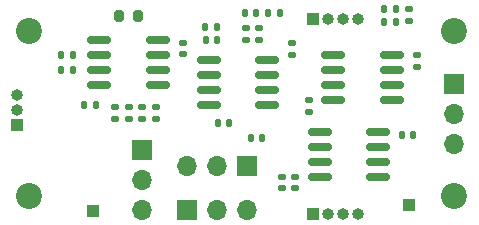
<source format=gts>
%TF.GenerationSoftware,KiCad,Pcbnew,(6.99.0)*%
%TF.CreationDate,2023-03-13T13:34:34-07:00*%
%TF.ProjectId,emg-analog-front-end,656d672d-616e-4616-9c6f-672d66726f6e,rev?*%
%TF.SameCoordinates,Original*%
%TF.FileFunction,Soldermask,Top*%
%TF.FilePolarity,Negative*%
%FSLAX46Y46*%
G04 Gerber Fmt 4.6, Leading zero omitted, Abs format (unit mm)*
G04 Created by KiCad (PCBNEW (6.99.0)) date 2023-03-13 13:34:34*
%MOMM*%
%LPD*%
G01*
G04 APERTURE LIST*
G04 Aperture macros list*
%AMRoundRect*
0 Rectangle with rounded corners*
0 $1 Rounding radius*
0 $2 $3 $4 $5 $6 $7 $8 $9 X,Y pos of 4 corners*
0 Add a 4 corners polygon primitive as box body*
4,1,4,$2,$3,$4,$5,$6,$7,$8,$9,$2,$3,0*
0 Add four circle primitives for the rounded corners*
1,1,$1+$1,$2,$3*
1,1,$1+$1,$4,$5*
1,1,$1+$1,$6,$7*
1,1,$1+$1,$8,$9*
0 Add four rect primitives between the rounded corners*
20,1,$1+$1,$2,$3,$4,$5,0*
20,1,$1+$1,$4,$5,$6,$7,0*
20,1,$1+$1,$6,$7,$8,$9,0*
20,1,$1+$1,$8,$9,$2,$3,0*%
G04 Aperture macros list end*
%ADD10RoundRect,0.140000X-0.140000X-0.170000X0.140000X-0.170000X0.140000X0.170000X-0.140000X0.170000X0*%
%ADD11R,1.000000X1.000000*%
%ADD12RoundRect,0.200000X-0.200000X-0.275000X0.200000X-0.275000X0.200000X0.275000X-0.200000X0.275000X0*%
%ADD13RoundRect,0.140000X-0.170000X0.140000X-0.170000X-0.140000X0.170000X-0.140000X0.170000X0.140000X0*%
%ADD14RoundRect,0.150000X-0.825000X-0.150000X0.825000X-0.150000X0.825000X0.150000X-0.825000X0.150000X0*%
%ADD15R,1.700000X1.700000*%
%ADD16O,1.700000X1.700000*%
%ADD17RoundRect,0.140000X0.170000X-0.140000X0.170000X0.140000X-0.170000X0.140000X-0.170000X-0.140000X0*%
%ADD18RoundRect,0.135000X-0.135000X-0.185000X0.135000X-0.185000X0.135000X0.185000X-0.135000X0.185000X0*%
%ADD19RoundRect,0.135000X0.135000X0.185000X-0.135000X0.185000X-0.135000X-0.185000X0.135000X-0.185000X0*%
%ADD20C,2.200000*%
%ADD21O,1.000000X1.000000*%
%ADD22RoundRect,0.140000X0.140000X0.170000X-0.140000X0.170000X-0.140000X-0.170000X0.140000X-0.170000X0*%
%ADD23RoundRect,0.135000X-0.185000X0.135000X-0.185000X-0.135000X0.185000X-0.135000X0.185000X0.135000X0*%
G04 APERTURE END LIST*
D10*
%TO.C,C11*%
X21237000Y-1524000D03*
X22197000Y-1524000D03*
%TD*%
D11*
%TO.C,TP2*%
X8382000Y-18288000D03*
%TD*%
D12*
%TO.C,R4*%
X10605000Y-1778000D03*
X12255000Y-1778000D03*
%TD*%
D13*
%TO.C,C5*%
X13716000Y-9489500D03*
X13716000Y-10449500D03*
%TD*%
D14*
%TO.C,U3*%
X27624000Y-11557000D03*
X27624000Y-12827000D03*
X27624000Y-14097000D03*
X27624000Y-15367000D03*
X32574000Y-15367000D03*
X32574000Y-14097000D03*
X32574000Y-12827000D03*
X32574000Y-11557000D03*
%TD*%
D15*
%TO.C,J5*%
X21448000Y-14478000D03*
D16*
X18908000Y-14478000D03*
X16368000Y-14478000D03*
%TD*%
D15*
%TO.C,J7*%
X38989000Y-7508000D03*
D16*
X38989000Y-10048000D03*
X38989000Y-12588000D03*
%TD*%
D17*
%TO.C,C2*%
X24384000Y-16355000D03*
X24384000Y-15395000D03*
%TD*%
D18*
%TO.C,R10*%
X33018000Y-1141000D03*
X34038000Y-1141000D03*
%TD*%
D19*
%TO.C,R9*%
X18925000Y-2667000D03*
X17905000Y-2667000D03*
%TD*%
D10*
%TO.C,C9*%
X17935000Y-3810000D03*
X18895000Y-3810000D03*
%TD*%
D20*
%TO.C,H2*%
X39000000Y-17000000D03*
%TD*%
D13*
%TO.C,C7*%
X11430000Y-9489500D03*
X11430000Y-10449500D03*
%TD*%
D11*
%TO.C,J2*%
X27000000Y-2000000D03*
D21*
X28270000Y-2000000D03*
X29540000Y-2000000D03*
X30810000Y-2000000D03*
%TD*%
D17*
%TO.C,C16*%
X35814000Y-6068000D03*
X35814000Y-5108000D03*
%TD*%
D22*
%TO.C,C1*%
X22705000Y-12065000D03*
X21745000Y-12065000D03*
%TD*%
D14*
%TO.C,U2*%
X18226000Y-5461000D03*
X18226000Y-6731000D03*
X18226000Y-8001000D03*
X18226000Y-9271000D03*
X23176000Y-9271000D03*
X23176000Y-8001000D03*
X23176000Y-6731000D03*
X23176000Y-5461000D03*
%TD*%
D19*
%TO.C,R13*%
X24259000Y-1524000D03*
X23239000Y-1524000D03*
%TD*%
D23*
%TO.C,R12*%
X21336000Y-2792000D03*
X21336000Y-3812000D03*
%TD*%
D20*
%TO.C,H4*%
X3000000Y-17000000D03*
%TD*%
D17*
%TO.C,C13*%
X25527000Y-16355000D03*
X25527000Y-15395000D03*
%TD*%
D22*
%TO.C,C12*%
X35532000Y-11811000D03*
X34572000Y-11811000D03*
%TD*%
%TO.C,C15*%
X19911000Y-10795000D03*
X18951000Y-10795000D03*
%TD*%
D11*
%TO.C,J1*%
X2000000Y-11000000D03*
D21*
X2000000Y-9730000D03*
X2000000Y-8460000D03*
%TD*%
D18*
%TO.C,R11*%
X33018000Y-2284000D03*
X34038000Y-2284000D03*
%TD*%
%TO.C,R1*%
X5713000Y-6350000D03*
X6733000Y-6350000D03*
%TD*%
%TO.C,R2*%
X5713000Y-5080000D03*
X6733000Y-5080000D03*
%TD*%
D15*
%TO.C,J4*%
X16398000Y-18161000D03*
D16*
X18938000Y-18161000D03*
X21478000Y-18161000D03*
%TD*%
D11*
%TO.C,TP1*%
X35179000Y-17780000D03*
%TD*%
D14*
%TO.C,U1*%
X8955000Y-3810000D03*
X8955000Y-5080000D03*
X8955000Y-6350000D03*
X8955000Y-7620000D03*
X13905000Y-7620000D03*
X13905000Y-6350000D03*
X13905000Y-5080000D03*
X13905000Y-3810000D03*
%TD*%
D20*
%TO.C,H1*%
X3000000Y-3000000D03*
%TD*%
D15*
%TO.C,J6*%
X12573000Y-13081000D03*
D16*
X12573000Y-15621000D03*
X12573000Y-18161000D03*
%TD*%
D11*
%TO.C,J3*%
X27000000Y-18500000D03*
D21*
X28270000Y-18500000D03*
X29540000Y-18500000D03*
X30810000Y-18500000D03*
%TD*%
D13*
%TO.C,C14*%
X25273000Y-4092000D03*
X25273000Y-5052000D03*
%TD*%
%TO.C,C8*%
X10287000Y-9489500D03*
X10287000Y-10449500D03*
%TD*%
D17*
%TO.C,C17*%
X26670000Y-9878000D03*
X26670000Y-8918000D03*
%TD*%
D13*
%TO.C,C4*%
X16002000Y-4064000D03*
X16002000Y-5024000D03*
%TD*%
D10*
%TO.C,C3*%
X7676000Y-9306500D03*
X8636000Y-9306500D03*
%TD*%
D23*
%TO.C,R8*%
X35179000Y-1139000D03*
X35179000Y-2159000D03*
%TD*%
D13*
%TO.C,C6*%
X12573000Y-9489500D03*
X12573000Y-10449500D03*
%TD*%
D14*
%TO.C,U4*%
X28767000Y-5080000D03*
X28767000Y-6350000D03*
X28767000Y-7620000D03*
X28767000Y-8890000D03*
X33717000Y-8890000D03*
X33717000Y-7620000D03*
X33717000Y-6350000D03*
X33717000Y-5080000D03*
%TD*%
D17*
%TO.C,C10*%
X22479000Y-3782000D03*
X22479000Y-2822000D03*
%TD*%
D20*
%TO.C,H3*%
X39000000Y-3000000D03*
%TD*%
M02*

</source>
